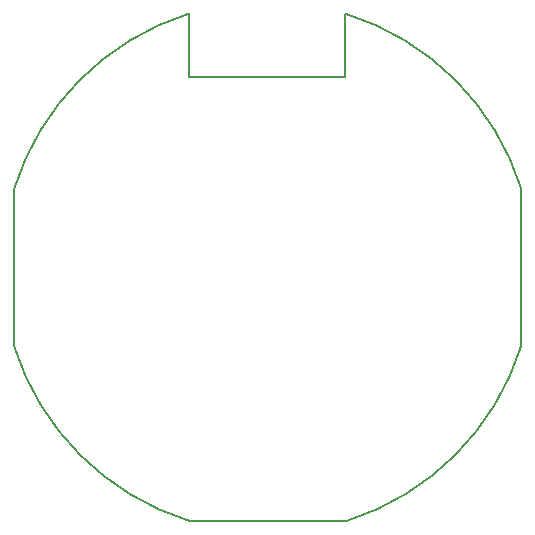
<source format=gbr>
%TF.GenerationSoftware,KiCad,Pcbnew,(7.0.0)*%
%TF.CreationDate,2023-03-19T21:05:42+01:00*%
%TF.ProjectId,ESP32-Touch_board,45535033-322d-4546-9f75-63685f626f61,rev?*%
%TF.SameCoordinates,Original*%
%TF.FileFunction,Profile,NP*%
%FSLAX46Y46*%
G04 Gerber Fmt 4.6, Leading zero omitted, Abs format (unit mm)*
G04 Created by KiCad (PCBNEW (7.0.0)) date 2023-03-19 21:05:42*
%MOMM*%
%LPD*%
G01*
G04 APERTURE LIST*
%TA.AperFunction,Profile*%
%ADD10C,0.200000*%
%TD*%
G04 APERTURE END LIST*
D10*
X79535000Y-134710000D02*
X66305000Y-134710000D01*
X79475000Y-91750573D02*
X79475000Y-97100000D01*
X66215000Y-91750573D02*
X66215000Y-97100000D01*
X94370944Y-106588746D02*
X94385000Y-119810000D01*
X51415001Y-106640000D02*
X51415001Y-119870000D01*
X66215000Y-91750573D02*
G75*
G03*
X51412291Y-106631390I6785530J-21552827D01*
G01*
X51413747Y-119874056D02*
G75*
G03*
X66305000Y-134710000I21563273J6752306D01*
G01*
X79544999Y-134709998D02*
G75*
G03*
X94380944Y-119818746I-6752299J21563268D01*
G01*
X66215000Y-97100000D02*
X79479714Y-97100000D01*
X94370942Y-106588746D02*
G75*
G03*
X79472476Y-91750574I-21563262J-6752294D01*
G01*
M02*

</source>
